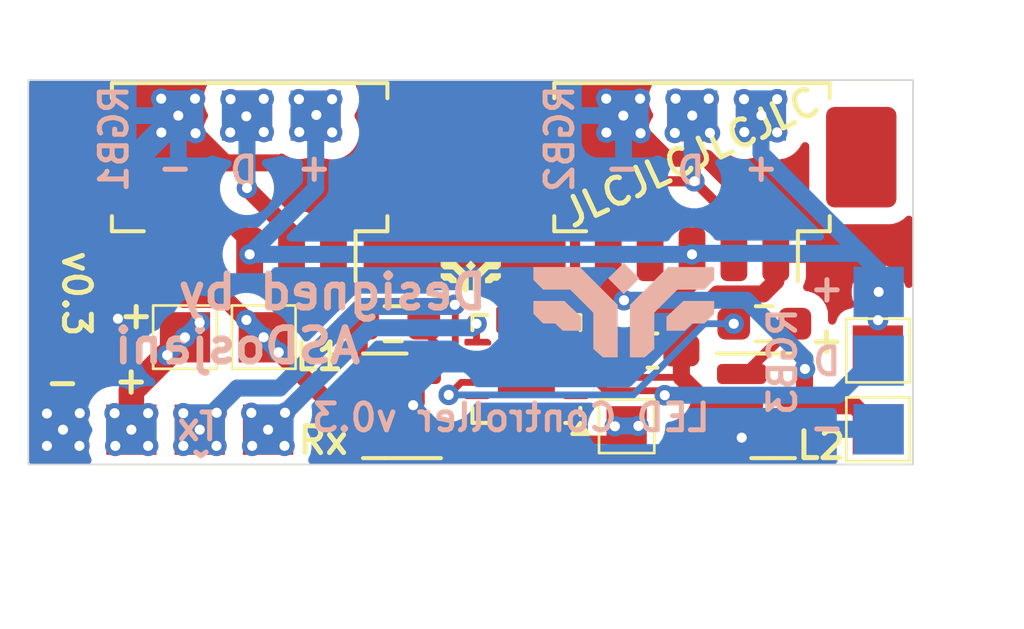
<source format=kicad_pcb>
(kicad_pcb (version 20241229) (generator "pcbnew") (generator_version "9.0")
  (layers (0 "F.Cu" signal) (2 "B.Cu" signal) (13 "F.Paste" user) (15 "B.Paste" user) (5 "F.SilkS" user "F.Silkscreen") (7 "B.SilkS" user "B.Silkscreen") (1 "F.Mask" user) (3 "B.Mask" user) (25 "Edge.Cuts" user))
  (property "SCHEMATIC_VERSION" "v0.3")
  (net 0 "")
  (net 1 "Rx")
  (net 2 "VCC")
  (net 3 "Tx")
  (net 4 "GND")
  (net 5 "RGB3")
  (net 6 "RGB1")
  (net 7 "Net-(J3-Pin_5)")
  (net 8 "RGB2")
  (net 10 "Net-(J4-Pin_1)")
  (net 11 "Net-(J6-Pin_1)")
  (net 13 "Net-(Q2-B)")
  (net 14 "Net-(Q3-B)")
  (net 15 "LED1")
  (net 16 "LED2")
  (footprint "Resistor_SMD:R_0603_1608Metric_Pad0.98x0.95mm_HandSolder" (layer "F.Cu") (at 170.4125 90.65 180)
    (property "Reference" "R2" (hide yes))
    (property "Value" "300")
    (pad "1" smd roundrect (at -0.9125 0 180) (size 0.975 0.95) (layers "F.Cu" "F.Mask" "F.Paste") (net 15 "LED1"))
    (pad "2" smd roundrect (at 0.9125 0 180) (size 0.975 0.95) (layers "F.Cu" "F.Mask" "F.Paste") (net 13 "Net-(Q2-B)"))
  )
  (footprint "MyLib:SOT-23 SS8050" (layer "F.Cu") (at 181.75 93.1)
    (property "Reference" "Q3" (hide yes))
    (property "Value" "SS8050")
    (pad "1" smd roundrect (at -0.9375 0.95) (size 1.475 0.6) (layers "F.Cu" "F.Mask" "F.Paste") (net 4 "GND"))
    (pad "2" smd roundrect (at -0.9375 -0.95) (size 1.475 0.6) (layers "F.Cu" "F.Mask" "F.Paste") (net 14 "Net-(Q3-B)"))
    (pad "3" smd roundrect (at 0.9375 0) (size 1.475 0.6) (layers "F.Cu" "F.Mask" "F.Paste") (net 11 "Net-(J6-Pin_1)"))
  )
  (footprint "Connector_Molex:Molex_PicoBlade_53261-0571_1x05-1MP_P1.25mm_Horizontal" (layer "F.Cu") (at 179.33 86.18 180)
    (property "Reference" "J7" (hide yes))
    (property "Value" "Conn_01x05")
    (pad "1" smd roundrect (at -2.5 -2.4 180) (size 0.8 1.6) (layers "F.Cu" "F.Mask" "F.Paste") (net 4 "GND"))
    (pad "2" smd roundrect (at -1.25 -2.4 180) (size 0.8 1.6) (layers "F.Cu" "F.Mask" "F.Paste") (net 8 "RGB2"))
    (pad "3" smd roundrect (at 0 -2.4 180) (size 0.8 1.6) (layers "F.Cu" "F.Mask" "F.Paste") (net 2 "VCC"))
    (pad "4" smd roundrect (at 1.25 -2.4 180) (size 0.8 1.6) (layers "F.Cu" "F.Mask" "F.Paste"))
    (pad "5" smd roundrect (at 2.5 -2.4 180) (size 0.8 1.6) (layers "F.Cu" "F.Mask" "F.Paste") (net 11 "Net-(J6-Pin_1)"))
    (pad "MP" smd roundrect (at -5.05 0.5 180) (size 2.1 3) (layers "F.Cu" "F.Mask" "F.Paste") (roundrect_rratio 0.119048))
    (pad "MP" smd roundrect (at 5.05 0.5 180) (size 2.1 3) (layers "F.Cu" "F.Mask" "F.Paste") (roundrect_rratio 0.119048))
  )
  (footprint "MyLib:SolderPad_01x02_1.5mm" (layer "F.Cu") (at 185.125 93.05 90)
    (property "Reference" "J6" (hide yes))
    (property "Value" "Conn_01x02_Pin")
    (pad "1" smd rect (at -0.75 -0.25 90) (size 1.5 1.5) (layers "F.Cu" "F.Mask") (net 11 "Net-(J6-Pin_1)"))
    (pad "2" smd rect (at 1.6 -0.25 90) (size 1.5 1.5) (layers "F.Cu" "F.Mask") (net 2 "VCC"))
  )
  (footprint "MyLib:SolderPad_01x01_1.2mm" (layer "F.Cu") (at 177.38 93.71)
    (property "Reference" "J4" (hide yes))
    (property "Value" "UPDI")
    (pad "1" smd rect (at 0 0) (size 1.2 1.2) (layers "F.Cu" "F.Mask") (net 10 "Net-(J4-Pin_1)"))
  )
  (footprint "Capacitor_SMD:C_0603_1608Metric_Pad1.08x0.95mm_HandSolder" (layer "F.Cu") (at 178.15 91.45)
    (property "Reference" "C2" (hide yes))
    (property "Value" "10uF")
    (pad "1" smd roundrect (at -0.8625 0) (size 1.075 0.95) (layers "F.Cu" "F.Mask" "F.Paste") (net 2 "VCC"))
    (pad "2" smd roundrect (at 0.8625 0) (size 1.075 0.95) (layers "F.Cu" "F.Mask" "F.Paste") (net 4 "GND"))
  )
  (footprint "MyLib:SolderPad_01x02_1.5mm" (layer "F.Cu") (at 165.8 90.805 180)
    (property "Reference" "J5" (hide yes))
    (property "Value" "Conn_01x02_Pin")
    (pad "1" smd rect (at -0.75 -0.25 180) (size 1.5 1.5) (layers "F.Cu" "F.Mask") (net 7 "Net-(J3-Pin_5)"))
    (pad "2" smd rect (at 1.6 -0.25 180) (size 1.5 1.5) (layers "F.Cu" "F.Mask") (net 2 "VCC"))
  )
  (footprint "Connector_Molex:Molex_PicoBlade_53261-0571_1x05-1MP_P1.25mm_Horizontal" (layer "F.Cu") (at 166.13 86.18 180)
    (property "Reference" "J3" (hide yes))
    (property "Value" "Conn_01x05")
    (pad "1" smd roundrect (at -2.5 -2.4 180) (size 0.8 1.6) (layers "F.Cu" "F.Mask" "F.Paste") (net 4 "GND"))
    (pad "2" smd roundrect (at -1.25 -2.4 180) (size 0.8 1.6) (layers "F.Cu" "F.Mask" "F.Paste") (net 6 "RGB1"))
    (pad "3" smd roundrect (at 0 -2.4 180) (size 0.8 1.6) (layers "F.Cu" "F.Mask" "F.Paste") (net 2 "VCC"))
    (pad "4" smd roundrect (at 1.25 -2.4 180) (size 0.8 1.6) (layers "F.Cu" "F.Mask" "F.Paste"))
    (pad "5" smd roundrect (at 2.5 -2.4 180) (size 0.8 1.6) (layers "F.Cu" "F.Mask" "F.Paste") (net 7 "Net-(J3-Pin_5)"))
    (pad "MP" smd roundrect (at -5.05 0.5 180) (size 2.1 3) (layers "F.Cu" "F.Mask" "F.Paste") (roundrect_rratio 0.119048))
    (pad "MP" smd roundrect (at 5.05 0.5 180) (size 2.1 3) (layers "F.Cu" "F.Mask" "F.Paste") (roundrect_rratio 0.119048))
  )
  (footprint "MyLib:Tressym_1mm" (layer "F.Cu") (at 172.73 89.23)
    (property "Reference" "G***" (hide yes))
    (property "Value" "LOGO" (hide yes))
  )
  (footprint "Package_DFN_QFN:VQFN-20-1EP_3x3mm_P0.4mm_EP1.7x1.7mm" (layer "F.Cu") (at 174.3875 92 180)
    (property "Reference" "U1" (hide yes))
    (property "Value" "ATtiny816-M")
    (pad "1" smd custom (at -1.45 -0.8 180) (size 0.143431 0.143431) (layers "F.Cu" "F.Mask" "F.Paste") (options (clearance outline) (anchor circle)) (primitives (gr_poly (pts (xy -0.35 -0.05) (xy 0.299289 -0.05) (xy 0.35 0.000711) (xy 0.35 0.05) (xy -0.35 0.05)) (width 0.1) (fill yes))))
    (pad "2" smd roundrect (at -1.45 -0.4 180) (size 0.8 0.2) (layers "F.Cu" "F.Mask" "F.Paste") (net 5 "RGB3"))
    (pad "3" smd roundrect (at -1.45 0 180) (size 0.8 0.2) (layers "F.Cu" "F.Mask" "F.Paste") (net 4 "GND"))
    (pad "4" smd roundrect (at -1.45 0.4 180) (size 0.8 0.2) (layers "F.Cu" "F.Mask" "F.Paste") (net 2 "VCC"))
    (pad "5" smd custom (at -1.45 0.8 180) (size 0.143431 0.143431) (layers "F.Cu" "F.Mask" "F.Paste") (net 8 "RGB2") (options (clearance outline) (anchor circle)) (primitives (gr_poly (pts (xy -0.35 -0.05) (xy 0.35 -0.05) (xy 0.35 -0.000711) (xy 0.299289 0.05) (xy -0.35 0.05)) (width 0.1) (fill yes))))
    (pad "6" smd custom (at -0.8 1.45 180) (size 0.143431 0.143431) (layers "F.Cu" "F.Mask" "F.Paste") (net 6 "RGB1") (options (clearance outline) (anchor circle)) (primitives (gr_poly (pts (xy -0.05 -0.299289) (xy 0.000711 -0.35) (xy 0.05 -0.35) (xy 0.05 0.35) (xy -0.05 0.35)) (width 0.1) (fill yes))))
    (pad "7" smd roundrect (at -0.4 1.45 180) (size 0.2 0.8) (layers "F.Cu" "F.Mask" "F.Paste"))
    (pad "8" smd roundrect (at 0 1.45 180) (size 0.2 0.8) (layers "F.Cu" "F.Mask" "F.Paste"))
    (pad "9" smd roundrect (at 0.4 1.45 180) (size 0.2 0.8) (layers "F.Cu" "F.Mask" "F.Paste"))
    (pad "10" smd custom (at 0.8 1.45 180) (size 0.143431 0.143431) (layers "F.Cu" "F.Mask" "F.Paste") (options (clearance outline) (anchor circle)) (primitives (gr_poly (pts (xy -0.05 -0.35) (xy -0.000711 -0.35) (xy 0.05 -0.299289) (xy 0.05 0.35) (xy -0.05 0.35)) (width 0.1) (fill yes))))
    (pad "11" smd custom (at 1.45 0.8 180) (size 0.143431 0.143431) (layers "F.Cu" "F.Mask" "F.Paste") (net 1 "Rx") (options (clearance outline) (anchor circle)) (primitives (gr_poly (pts (xy -0.35 -0.05) (xy 0.35 -0.05) (xy 0.35 0.05) (xy -0.299289 0.05) (xy -0.35 -0.000711)) (width 0.1) (fill yes))))
    (pad "12" smd roundrect (at 1.45 0.4 180) (size 0.8 0.2) (layers "F.Cu" "F.Mask" "F.Paste") (net 3 "Tx"))
    (pad "13" smd roundrect (at 1.45 0 180) (size 0.8 0.2) (layers "F.Cu" "F.Mask" "F.Paste") (net 15 "LED1"))
    (pad "14" smd roundrect (at 1.45 -0.4 180) (size 0.8 0.2) (layers "F.Cu" "F.Mask" "F.Paste") (net 16 "LED2"))
    (pad "15" smd custom (at 1.45 -0.8 180) (size 0.143431 0.143431) (layers "F.Cu" "F.Mask" "F.Paste") (options (clearance outline) (anchor circle)) (primitives (gr_poly (pts (xy -0.35 0.000711) (xy -0.299289 -0.05) (xy 0.35 -0.05) (xy 0.35 0.05) (xy -0.35 0.05)) (width 0.1) (fill yes))))
    (pad "16" smd custom (at 0.8 -1.45 180) (size 0.143431 0.143431) (layers "F.Cu" "F.Mask" "F.Paste") (options (clearance outline) (anchor circle)) (primitives (gr_poly (pts (xy -0.05 -0.35) (xy 0.05 -0.35) (xy 0.05 0.299289) (xy -0.000711 0.35) (xy -0.05 0.35)) (width 0.1) (fill yes))))
    (pad "17" smd roundrect (at 0.4 -1.45 180) (size 0.2 0.8) (layers "F.Cu" "F.Mask" "F.Paste"))
    (pad "18" smd roundrect (at 0 -1.45 180) (size 0.2 0.8) (layers "F.Cu" "F.Mask" "F.Paste"))
    (pad "19" smd roundrect (at -0.4 -1.45 180) (size 0.2 0.8) (layers "F.Cu" "F.Mask" "F.Paste") (net 10 "Net-(J4-Pin_1)"))
    (pad "20" smd custom (at -0.8 -1.45 180) (size 0.143431 0.143431) (layers "F.Cu" "F.Mask" "F.Paste") (options (clearance outline) (anchor circle)) (primitives (gr_poly (pts (xy -0.05 -0.35) (xy 0.05 -0.35) (xy 0.05 0.35) (xy 0.000711 0.35) (xy -0.05 0.299289)) (width 0.1) (fill yes))))
    (pad "21" smd rect (at 0 0 180) (size 1.7 1.7) (property pad_prop_heatsink) (layers "F.Cu" "F.Mask") (net 4 "GND"))
  )
  (footprint "MyLib:SolderPad_01x04_1.5mm" (layer "F.Cu") (at 167.68 92.8125 180)
    (property "Reference" "J1" (hide yes))
    (property "Value" "Conn_01x04_Pin")
    (pad "1" smd rect (at 1 -1 180) (size 1.5 1.5) (layers "F.Cu" "F.Mask") (net 1 "Rx"))
    (pad "2" smd rect (at 3.04 -1 180) (size 1.5 1.5) (layers "F.Cu" "F.Mask") (net 3 "Tx"))
    (pad "3" smd rect (at 5.08 -1 180) (size 1.5 1.5) (layers "F.Cu" "F.Mask") (net 2 "VCC"))
    (pad "4" smd rect (at 7.12 -1 180) (size 1.5 1.5) (layers "F.Cu" "F.Mask") (net 4 "GND"))
  )
  (footprint "MyLib:Tressym" (layer "F.Cu") (at 177.29 90.23)
    (property "Reference" "G***" (hide yes))
    (property "Value" "LOGO" (hide yes))
  )
  (footprint "Resistor_SMD:R_0603_1608Metric_Pad0.98x0.95mm_HandSolder" (layer "F.Cu") (at 181.4875 90.65)
    (property "Reference" "R3" (hide yes))
    (property "Value" "300")
    (pad "1" smd roundrect (at -0.9125 0) (size 0.975 0.95) (layers "F.Cu" "F.Mask" "F.Paste") (net 16 "LED2"))
    (pad "2" smd roundrect (at 0.9125 0) (size 0.975 0.95) (layers "F.Cu" "F.Mask" "F.Paste") (net 14 "Net-(Q3-B)"))
  )
  (footprint "MyLib:SOT-23 SS8050" (layer "F.Cu") (at 170.1625 93.1 180)
    (property "Reference" "Q2" (hide yes))
    (property "Value" "SS8050")
    (pad "1" smd roundrect (at -0.9375 0.95 180) (size 1.475 0.6) (layers "F.Cu" "F.Mask" "F.Paste") (net 4 "GND"))
    (pad "2" smd roundrect (at -0.9375 -0.95 180) (size 1.475 0.6) (layers "F.Cu" "F.Mask" "F.Paste") (net 13 "Net-(Q2-B)"))
    (pad "3" smd roundrect (at 0.9375 0 180) (size 1.475 0.6) (layers "F.Cu" "F.Mask" "F.Paste") (net 7 "Net-(J3-Pin_5)"))
  )
  (footprint "MyLib:SolderPad_01x03_1.5mm" (layer "B.Cu") (at 182.3875 85.4375 180)
    (property "Reference" "J9" (hide yes))
    (property "Value" "Conn_01x03_Pin")
    (pad "1" smd rect (at 1 1 180) (size 1.5 1.5) (layers "B.Cu" "B.Mask") (net 2 "VCC"))
    (pad "2" smd rect (at 3.05 1 180) (size 1.5 1.5) (layers "B.Cu" "B.Mask") (net 8 "RGB2"))
    (pad "3" smd rect (at 5.1 1 180) (size 1.5 1.5) (layers "B.Cu" "B.Mask") (net 4 "GND"))
  )
  (footprint "MyLib:SolderPad_01x03_1.5mm" (layer "B.Cu") (at 169.1 85.44 180)
    (property "Reference" "J8" (hide yes))
    (property "Value" "Conn_01x03_Pin")
    (pad "1" smd rect (at 1 1 180) (size 1.5 1.5) (layers "B.Cu" "B.Mask") (net 2 "VCC"))
    (pad "2" smd rect (at 3.05 1 180) (size 1.5 1.5) (layers "B.Cu" "B.Mask") (net 6 "RGB1"))
    (pad "3" smd rect (at 5.1 1 180) (size 1.5 1.5) (layers "B.Cu" "B.Mask") (net 4 "GND"))
  )
  (footprint "MyLib:SolderPad_01x03_1.5mm" (layer "B.Cu") (at 185.9 88.7 -90)
    (property "Reference" "J2" (hide yes))
    (property "Value" "Conn_01x03_Pin")
    (pad "1" smd rect (at 1 1 270) (size 1.5 1.5) (layers "B.Cu" "B.Mask") (net 2 "VCC"))
    (pad "2" smd rect (at 3.05 1 270) (size 1.5 1.5) (layers "B.Cu" "B.Mask") (net 5 "RGB3"))
    (pad "3" smd rect (at 5.1 1 270) (size 1.5 1.5) (layers "B.Cu" "B.Mask") (net 4 "GND"))
  )
  (gr_rect (start 159.525 83.38) (end 185.925 94.85) (stroke (width 0.05)) (fill no) (layer "Edge.Cuts"))
  (gr_text "+\n" (at 182.75 91.6 0) (layer "F.SilkS") (effects (font (size 0.8 0.8) (thickness 0.15) (bold yes)) (justify left bottom)))
  (gr_text "-" (at 159.95 92.85 0) (layer "F.SilkS") (effects (font (size 0.8 0.8) (thickness 0.15) (bold yes)) (justify left bottom)))
  (gr_text "${SCHEMATIC_VERSION}" (at 160.5 88.4 270) (layer "F.SilkS") (effects (font (size 0.8 0.8) (thickness 0.15) (bold yes)) (justify left bottom)))
  (gr_text "Rx" (at 167.5 94.6 0) (layer "F.SilkS") (effects (font (size 0.8 0.8) (thickness 0.15) (bold yes)) (justify left bottom)))
  (gr_text "JLCJLCJLCJLC" (at 175.695 87.89 25) (layer "F.SilkS") (effects (font (size 0.8 0.8)) (justify left bottom)))
  (gr_text "L1" (at 167.4 92.1 0) (layer "F.SilkS") (effects (font (size 0.8 0.8) (thickness 0.15) (bold yes)) (justify left bottom)))
  (gr_text "+\n" (at 162.15 90.85 0) (layer "F.SilkS") (effects (font (size 0.8 0.8) (thickness 0.15) (bold yes)) (justify left bottom)))
  (gr_text "L2" (at 182.38 94.75 0) (layer "F.SilkS") (effects (font (size 0.8 0.8) (thickness 0.15) (bold yes)) (justify left bottom)))
  (gr_text "+\n" (at 162 92.8 0) (layer "F.SilkS") (effects (font (size 0.8 0.8) (thickness 0.15) (bold yes)) (justify left bottom)))
  (gr_text "^" (at 164.35 93.65 180) (layer "B.SilkS") (effects (font (size 0.8 0.8) (thickness 0.15) (bold yes)) (justify left bottom mirror)))
  (gr_text "+" (at 183.95 90.05 0) (layer "B.SilkS") (effects (font (size 0.8 0.8) (thickness 0.15) (bold yes)) (justify left bottom mirror)))
  (gr_text "D" (at 179.7875 86.55 0) (layer "B.SilkS") (effects (font (size 0.8 0.8) (thickness 0.15) (bold yes)) (justify left bottom mirror)))
  (gr_text "+" (at 181.9875 86.45 0) (layer "B.SilkS") (effects (font (size 0.8 0.8) (thickness 0.15) (bold yes)) (justify left bottom mirror)))
  (gr_text "+" (at 168.65 86.45 0) (layer "B.SilkS") (effects (font (size 0.8 0.8) (thickness 0.15) (bold yes)) (justify left bottom mirror)))
  (gr_text "-" (at 164.5 86.45 0) (layer "B.SilkS") (effects (font (size 0.8 0.8) (thickness 0.15) (bold yes)) (justify left bottom mirror)))
  (gr_text "-" (at 183.95 94.2 0) (layer "B.SilkS") (effects (font (size 0.8 0.8) (thickness 0.15) (bold yes)) (justify left bottom mirror)))
  (gr_text "Tx" (at 165.34 94.19 -0) (layer "B.SilkS") (effects (font (size 0.8 0.8) (thickness 0.15) (bold yes)) (justify left bottom mirror)))
  (gr_text "Designed by\n	ASDosjani" (at 173.3 91.9 0) (layer "B.SilkS") (effects (font (size 1 1) (thickness 0.2) (bold yes)) (justify left bottom mirror)))
  (gr_text "RGB1" (at 162.55 83.45 90) (layer "B.SilkS") (effects (font (size 0.8 0.8) (thickness 0.15) (bold yes)) (justify left bottom mirror)))
  (gr_text "RGB3" (at 182.5 90.1 90) (layer "B.SilkS") (effects (font (size 0.8 0.8) (thickness 0.15) (bold yes)) (justify left bottom mirror)))
  (gr_text "RGB2" (at 175.85 83.45 90) (layer "B.SilkS") (effects (font (size 0.8 0.8) (thickness 0.15) (bold yes)) (justify left bottom mirror)))
  (gr_text "D" (at 166.45 86.55 0) (layer "B.SilkS") (effects (font (size 0.8 0.8) (thickness 0.15) (bold yes)) (justify left bottom mirror)))
  (gr_text "D" (at 183.85 92.25 -0) (layer "B.SilkS") (effects (font (size 0.8 0.8) (thickness 0.15) (bold yes)) (justify left bottom mirror)))
  (gr_text "LED Controller ${SCHEMATIC_VERSION}" (at 179.95 93.92 0) (layer "B.SilkS") (effects (font (size 0.8 0.8) (thickness 0.15) (bold yes)) (justify left bottom mirror)))
  (gr_text "-" (at 177.8375 86.45 0) (layer "B.SilkS") (effects (font (size 0.8 0.8) (thickness 0.15) (bold yes)) (justify left bottom mirror)))
  (segment (start 172.9 90.65) (end 172.9 91.1625) (width 0.2032) (layer "F.Cu") (net 1))
  (segment (start 172.9 91.1625) (end 172.9375 91.2) (width 0.2032) (layer "F.Cu") (net 1))
  (via (at 166.68 93.8125) (size 0.61) (drill 0.3) (layers "F.Cu" "B.Cu") (net 1))
  (via (at 167.18625 93.30625) (size 0.61) (drill 0.3) (layers "F.Cu" "B.Cu") (net 1))
  (via (at 166.205 94.295) (size 0.61) (drill 0.3) (layers "F.Cu" "B.Cu") (net 1))
  (via (at 166.18 93.31) (size 0.61) (drill 0.3) (layers "F.Cu" "B.Cu") (net 1))
  (via (at 172.9 90.65) (size 0.61) (drill 0.3) (layers "F.Cu" "B.Cu") (net 1))
  (via (at 167.17 94.295) (size 0.61) (drill 0.3) (layers "F.Cu" "B.Cu") (net 1))
  (segment (start 172.7794 90.7706) (end 172.9 90.65) (width 0.508) (layer "B.Cu") (net 1))
  (segment (start 166.68 93.81) (end 166.18 93.31) (width 0.508) (layer "B.Cu") (net 1))
  (segment (start 167.18625 94.27875) (end 167.17 94.295) (width 0.508) (layer "B.Cu") (net 1))
  (segment (start 167.18625 93.30625) (end 167.18625 94.27875) (width 0.508) (layer "B.Cu") (net 1))
  (segment (start 169.7219 90.7706) (end 172.7794 90.7706) (width 0.508) (layer "B.Cu") (net 1))
  (segment (start 166.68 93.8125) (end 167.1625 94.295) (width 0.508) (layer "B.Cu") (net 1))
  (segment (start 167.18625 93.30625) (end 169.7219 90.7706) (width 0.508) (layer "B.Cu") (net 1))
  (segment (start 166.205 94.295) (end 166.19 94.295) (width 0.508) (layer "B.Cu") (net 1))
  (segment (start 166.68 93.8125) (end 166.68 93.81) (width 0.508) (layer "B.Cu") (net 1))
  (segment (start 166.18 93.31) (end 167.1825 93.31) (width 0.508) (layer "B.Cu") (net 1))
  (segment (start 166.385 94.115) (end 166.205 94.295) (width 0.508) (layer "B.Cu") (net 1))
  (segment (start 166.68 93.8125) (end 166.68 93.82) (width 0.508) (layer "B.Cu") (net 1))
  (segment (start 167.1825 93.31) (end 167.18625 93.30625) (width 0.508) (layer "B.Cu") (net 1))
  (segment (start 167.58125 92.91125) (end 166.68 93.8125) (width 0.508) (layer "B.Cu") (net 1))
  (segment (start 166.205 94.295) (end 166.205 93.335) (width 0.508) (layer "B.Cu") (net 1))
  (segment (start 167.1625 94.295) (end 167.17 94.295) (width 0.508) (layer "B.Cu") (net 1))
  (segment (start 166.205 93.335) (end 166.18 93.31) (width 0.508) (layer "B.Cu") (net 1))
  (segment (start 167.17 94.295) (end 166.205 94.295) (width 0.508) (layer "B.Cu") (net 1))
  (segment (start 166.68 93.82) (end 166.385 94.115) (width 0.508) (layer "B.Cu") (net 1))
  (segment (start 184.9 90.522598) (end 184.88 90.542598) (width 0.508) (layer "F.Cu") (net 2))
  (segment (start 165.075 87.15) (end 163.425 87.15) (width 0.508) (layer "F.Cu") (net 2))
  (segment (start 180.88 83.95) (end 181.87 83.95) (width 0.508) (layer "F.Cu") (net 2))
  (segment (start 164.69 90.56) (end 164.69 90.565) (width 0.508) (layer "F.Cu") (net 2))
  (segment (start 162.6 93.8125) (end 162.6 92.655) (width 0.762) (layer "F.Cu") (net 2))
  (segment (start 162.5925 93.8125) (end 162.1 93.32) (width 0.508) (layer "F.Cu") (net 2))
  (segment (start 168.07 84.42) (end 167.6 83.95) (width 0.508) (layer "F.Cu") (net 2))
  (segment (start 167.61 84.93) (end 167.61 83.96) (width 0.508) (layer "F.Cu") (net 2))
  (segment (start 167.6 83.95) (end 168.59 83.95) (width 0.508) (layer "F.Cu") (net 2))
  (segment (start 163.425 87.15) (end 162.775 87.8) (width 0.508) (layer "F.Cu") (net 2))
  (segment (start 184.9 89.7) (end 184.9 90.522598) (width 0.508) (layer "F.Cu") (net 2))
  (segment (start 175.8375 91.6) (end 177.1375 91.6) (width 0.2032) (layer "F.Cu") (net 2))
  (segment (start 166.13 88.201386) (end 165.326614 87.398) (width 0.508) (layer "F.Cu") (net 2))
  (segment (start 184.875 91.45) (end 184.875 90.547598) (width 0.508) (layer "F.Cu") (net 2))
  (segment (start 181.4 84.42) (end 180.89 84.93) (width 0.508) (layer "F.Cu") (net 2))
  (segment (start 179.33 89.4075) (end 179.33 88.58) (width 0.508) (layer "F.Cu") (net 2))
  (segment (start 168.59 84.94) (end 167.62 84.94) (width 0.508) (layer "F.Cu") (net 2))
  (segment (start 181.4 84.43) (end 181.4 84.47) (width 0.508) (layer "F.Cu") (net 2))
  (segment (start 181.4 84.42) (end 181.87 83.95) (width 0.508) (layer "F.Cu") (net 2))
  (segment (start 164.69 90.565) (end 164.6375 90.6175) (width 0.508) (layer "F.Cu") (net 2))
  (segment (start 168.12 84.42) (end 168.12 84.47) (width 0.508) (layer "F.Cu") (net 2))
  (segment (start 168.12 84.42) (end 168.07 84.42) (width 0.508) (layer "F.Cu") (net 2))
  (segment (start 180.89 84.93) (end 180.89 83.96) (width 0.508) (layer "F.Cu") (net 2))
  (segment (start 167.61 83.96) (end 167.6 83.95) (width 0.508) (layer "F.Cu") (net 2))
  (segment (start 184.795 91.225) (end 184.795 91.37) (width 0.508) (layer "F.Cu") (net 2))
  (segment (start 181.35 84.42) (end 180.88 83.95) (width 0.508) (layer "F.Cu") (net 2))
  (segment (start 181.87 83.95) (end 181.87 84.94) (width 0.508) (layer "F.Cu") (net 2))
  (segment (start 168.12 84.42) (end 168.59 83.95) (width 0.508) (layer "F.Cu") (net 2))
  (segment (start 181.4 84.42) (end 181.35 84.42) (width 0.508) (layer "F.Cu") (net 2))
  (segment (start 181.4 84.47) (end 181.87 84.94) (width 0.508) (layer "F.Cu") (net 2))
  (segment (start 166.13 88.58) (end 166.13 88.201386) (width 0.508) (layer "F.Cu") (net 2))
  (segment (start 165.323 87.398) (end 165.075 87.15) (width 0.508) (layer "F.Cu") (net 2))
  (segment (start 168.59 83.95) (end 168.59 84.94) (width 0.508) (layer "F.Cu") (net 2))
  (segment (start 168.12 84.42) (end 167.61 84.93) (width 0.508) (layer "F.Cu") (net 2))
  (segment (start 184.795 91.37) (end 184.875 91.45) (width 0.508) (layer "F.Cu") (net 2))
  (segment (start 162.775 89.63) (end 164.2 91.055) (width 0.508) (layer "F.Cu") (net 2))
  (segment (start 184.875 90.547598) (end 184.88 90.542598) (width 0.508) (layer "F.Cu") (net 2))
  (segment (start 180.9 84.94) (end 180.89 84.93) (width 0.508) (layer "F.Cu") (net 2))
  (segment (start 162.12 94.2925) (end 162.12 94.295) (width 0.508) (layer "F.Cu") (net 2))
  (segment (start 177.1375 91.6) (end 177.2875 91.45) (width 0.2032) (layer "F.Cu") (net 2))
  (segment (start 167.62 84.94) (end 167.61 84.93) (width 0.508) (layer "F.Cu") (net 2))
  (segment (start 181.4 84.42) (end 181.4 84.43) (width 0.508) (layer "F.Cu") (net 2))
  (segment (start 162.775 87.8) (end 162.775 89.63) (width 0.508) (layer "F.Cu") (net 2))
  (segment (start 180.89 83.96) (end 180.88 83.95) (width 0.508) (layer "F.Cu") (net 2))
  (segment (start 168.12 84.47) (end 168.59 84.94) (width 0.508) (layer "F.Cu") (net 2))
  (segment (start 162.6075 93.8125) (end 163.1 93.32) (width 0.508) (layer "F.Cu") (net 2))
  (segment (start 177.2875 91.45) (end 179.33 89.4075) (width 0.508) (layer "F.Cu") (net 2))
  (segment (start 162.6 92.655) (end 163.6675 91.5875) (width 0.762) (layer "F.Cu") (net 2))
  (segment (start 165.326614 87.398) (end 165.323 87.398) (width 0.508) (layer "F.Cu") (net 2))
  (segment (start 181.87 84.94) (end 180.9 84.94) (width 0.508) (layer "F.Cu") (net 2))
  (via (at 180.88 83.95) (size 0.61) (drill 0.3) (layers "F.Cu" "B.Cu") (net 2))
  (via (at 168.59 83.95) (size 0.61) (drill 0.3) (layers "F.Cu" "B.Cu") (net 2))
  (via (at 181.87 83.95) (size 0.61) (drill 0.3) (layers "F.Cu" "B.Cu") (net 2))
  (via (at 179.33 88.58) (size 0.61) (drill 0.3) (layers "F.Cu" "B.Cu") (net 2))
  (via (at 181.87 84.94) (size 0.61) (drill 0.3) (layers "F.Cu" "B.Cu") (net 2))
  (via (at 163.1 93.32) (size 0.61) (drill 0.3) (layers "F.Cu" "B.Cu") (net 2))
  (via (at 163.1 94.295) (size 0.61) (drill 0.3) (layers "F.Cu" "B.Cu") (net 2))
  (via (at 162.12 94.295) (size 0.61) (drill 0.3) (layers "F.Cu" "B.Cu") (net 2))
  (via (at 168.59 84.94) (size 0.61) (drill 0.3) (layers "F.Cu" "B.Cu") (net 2))
  (via (at 162.1 93.32) (size 0.61) (drill 0.3) (layers "F.Cu" "B.Cu") (net 2))
  (via (at 167.6 83.95) (size 0.61) (drill 0.3) (layers "F.Cu" "B.Cu") (net 2))
  (via (at 168.12 84.42) (size 0.61) (drill 0.3) (layers "F.Cu" "B.Cu") (net 2))
  (via (at 163.6675 91.5875) (size 0.61) (drill 0.3) (layers "F.Cu" "B.Cu") (net 2))
  (via (at 166.13 88.58) (size 0.61) (drill 0.3) (layers "F.Cu" "B.Cu") (net 2))
  (via (at 162.6 93.8125) (size 0.61) (drill 0.3) (layers "F.Cu" "B.Cu") (net 2))
  (via (at 167.61 84.93) (size 0.61) (drill 0.3) (layers "F.Cu" "B.Cu") (net 2))
  (via (at 184.9 89.7) (size 0.61) (drill 0.3) (layers "F.Cu" "B.Cu") (net 2))
  (via (at 164.6375 90.6175) (size 0.61) (drill 0.3) (layers "F.Cu" "B.Cu") (net 2))
  (via (at 180.89 84.93) (size 0.61) (drill 0.3) (layers "F.Cu" "B.Cu") (net 2))
  (via (at 181.4 84.43) (size 0.61) (drill 0.3) (layers "F.Cu" "B.Cu") (net 2))
  (via (at 164.2 91.055) (size 0.61) (drill 0.3) (layers "F.Cu" "B.Cu") (net 2))
  (via (at 184.88 90.542598) (size 0.61) (drill 0.3) (layers "F.Cu" "B.Cu") (net 2))
  (segment (start 162.6 93.8125) (end 162.6175 93.8125) (width 0.508) (layer "B.Cu") (net 2))
  (segment (start 167.61 83.95) (end 168.1 84.44) (width 0.508) (layer "B.Cu") (net 2))
  (segment (start 179.36 88.55) (end 179.33 88.58) (width 0.508) (layer "B.Cu") (net 2))
  (segment (start 184.371565 88.55) (end 179.36 88.55) (width 0.508) (layer "B.Cu") (net 2))
  (segment (start 168.59 84.93) (end 168.59 84.94) (width 0.508) (layer "B.Cu") (net 2))
  (segment (start 162.6 93.8125) (end 162.6075 93.8125) (width 0.508) (layer "B.Cu") (net 2))
  (segment (start 168.1 84.44) (end 168.1 86.61) (width 0.508) (layer "B.Cu") (net 2))
  (segment (start 162.6 93.8125) (end 162.6 93.815) (width 0.508) (layer "B.Cu") (net 2))
  (segment (start 167.61 83.95) (end 167.6 83.95) (width 0.508) (layer "B.Cu") (net 2))
  (segment (start 162.6 93.8125) (end 162.5925 93.8125) (width 0.508) (layer "B.Cu") (net 2))
  (segment (start 181.3875 84.4375) (end 181.3875 85.565935) (width 0.508) (layer "B.Cu") (net 2))
  (segment (start 184.9 89.7) (end 184.9 89.078435) (width 0.508) (layer "B.Cu") (net 2))
  (segment (start 164.6375 90.6175) (end 164.2 91.055) (width 0.508) (layer "B.Cu") (net 2))
  (segment (start 163.1 93.32) (end 163.1 94.295) (width 0.508) (layer "B.Cu") (net 2))
  (segment (start 168.1 86.61) (end 166.13 88.58) (width 0.508) (layer "B.Cu") (net 2))
  (segment (start 184.9 89.078435) (end 184.371565 88.55) (width 0.508) (layer "B.Cu") (net 2))
  (segment (start 164.2 91.055) (end 163.6675 91.5875) (width 0.508) (layer "B.Cu") (net 2))
  (segment (start 162.1 94.275) (end 162.12 94.295) (width 0.508) (layer "B.Cu") (net 2))
  (segment (start 166.13 88.58) (end 179.33 88.58) (width 0.508) (layer "B.Cu") (net 2))
  (segment (start 168.59 84.93) (end 168.1 84.44) (width 0.508) (layer "B.Cu") (net 2))
  (segment (start 162.5925 93.8125) (end 162.1 93.32) (width 0.508) (layer "B.Cu") (net 2))
  (segment (start 167.61 84.93) (end 168.1 84.44) (width 0.508) (layer "B.Cu") (net 2))
  (segment (start 162.1 93.32) (end 162.1 94.275) (width 0.508) (layer "B.Cu") (net 2))
  (segment (start 162.6075 93.8125) (end 163.1 93.32) (width 0.508) (layer "B.Cu") (net 2))
  (segment (start 162.1 93.32) (end 163.1 93.32) (width 0.508) (layer "B.Cu") (net 2))
  (segment (start 184.875 89.725) (end 184.9 89.7) (width 0.508) (layer "B.Cu") (net 2))
  (segment (start 168.12 84.42) (end 168.1 84.44) (width 0.508) (layer "B.Cu") (net 2))
  (segment (start 181.3875 85.565935) (end 184.371565 88.55) (width 0.508) (layer "B.Cu") (net 2))
  (segment (start 162.6175 93.8125) (end 163.1 94.295) (width 0.508) (layer "B.Cu") (net 2))
  (segment (start 162.6 93.815) (end 162.12 94.295) (width 0.508) (layer "B.Cu") (net 2))
  (segment (start 163.1 94.295) (end 162.12 94.295) (width 0.508) (layer "B.Cu") (net 2))
  (segment (start 172.528482 91.6) (end 172.9375 91.6) (width 0.2032) (layer "F.Cu") (net 3))
  (segment (start 172.265643 91.337161) (end 172.528482 91.6) (width 0.2032) (layer "F.Cu") (net 3))
  (segment (start 172.250707 90.0836) (end 172.265643 90.098536) (width 0.2032) (layer "F.Cu") (net 3))
  (segment (start 172.265643 90.098536) (end 172.265643 91.337161) (width 0.2032) (layer "F.Cu") (net 3))
  (via (at 165.14625 93.30625) (size 0.61) (drill 0.3) (layers "F.Cu" "B.Cu") (net 3))
  (via (at 164.64 93.8125) (size 0.61) (drill 0.3) (layers "F.Cu" "B.Cu") (net 3))
  (via (at 165.14 94.295) (size 0.61) (drill 0.3) (layers "F.Cu" "B.Cu") (net 3))
  (via (at 164.15 94.295) (size 0.61) (drill 0.3) (layers "F.Cu" "B.Cu") (net 3))
  (via (at 172.250707 90.0836) (size 0.61) (drill 0.3) (layers "F.Cu" "B.Cu") (net 3))
  (via (at 164.15 93.32) (size 0.61) (drill 0.3) (layers "F.Cu" "B.Cu") (net 3))
  (segment (start 169.45846 90.1346) (end 169.98534 90.1346) (width 0.508) (layer "B.Cu") (net 3))
  (segment (start 164.15 93.32) (end 164.15 94.295) (width 0.508) (layer "B.Cu") (net 3))
  (segment (start 169.0859 90.50716) (end 169.45846 90.1346) (width 0.508) (layer "B.Cu") (net 3))
  (segment (start 164.15 94.295) (end 165.14 94.295) (width 0.508) (layer "B.Cu") (net 3))
  (segment (start 165.14625 93.30625) (end 165.14625 93.18375) (width 0.508) (layer "B.Cu") (net 3))
  (segment (start 164.64 93.8125) (end 165.14625 93.30625) (width 0.508) (layer "B.Cu") (net 3))
  (segment (start 165.1225 94.295) (end 164.64 93.8125) (width 0.508) (layer "B.Cu") (net 3))
  (segment (start 164.64 93.81) (end 164.15 93.32) (width 0.508) (layer "B.Cu") (net 3))
  (segment (start 165.76 92.57) (end 167.02306 92.57) (width 0.508) (layer "B.Cu") (net 3))
  (segment (start 167.31781 92.27525) (end 169.0859 90.50716) (width 0.508) (layer "B.Cu") (net 3))
  (segment (start 164.1575 94.295) (end 164.64 93.8125) (width 0.508) (layer "B.Cu") (net 3))
  (segment (start 165.14625 93.30625) (end 164.16375 93.30625) (width 0.508) (layer "B.Cu") (net 3))
  (segment (start 165.14 93.3125) (end 165.14625 93.30625) (width 0.508) (layer "B.Cu") (net 3))
  (segment (start 169.98534 90.1346) (end 172.199707 90.1346) (width 0.508) (layer "B.Cu") (net 3))
  (segment (start 164.1575 94.295) (end 164.15 94.295) (width 0.508) (layer "B.Cu") (net 3))
  (segment (start 164.64 93.8125) (end 164.64 93.81) (width 0.508) (layer "B.Cu") (net 3))
  (segment (start 172.199707 90.1346) (end 172.250707 90.0836) (width 0.508) (layer "B.Cu") (net 3))
  (segment (start 165.14625 93.18375) (end 165.76 92.57) (width 0.508) (layer "B.Cu") (net 3))
  (segment (start 165.1225 94.295) (end 165.14 94.295) (width 0.508) (layer "B.Cu") (net 3))
  (segment (start 164.16375 93.30625) (end 164.15 93.32) (width 0.508) (layer "B.Cu") (net 3))
  (segment (start 165.14 94.295) (end 165.14 93.3125) (width 0.508) (layer "B.Cu") (net 3))
  (segment (start 167.02306 92.57) (end 167.31781 92.27525) (width 0.508) (layer "B.Cu") (net 3))
  (segment (start 176.77 83.935) (end 176.775 83.935) (width 0.508) (layer "F.Cu") (net 4))
  (segment (start 179.0125 91.45) (end 179.0125 90.842314) (width 0.508) (layer "F.Cu") (net 4))
  (segment (start 177.775 84.945) (end 177.795 84.965) (width 0.508) (layer "F.Cu") (net 4))
  (segment (start 181.83 89.38) (end 181.83 88.58) (width 0.508) (layer "F.Cu") (net 4))
  (segment (start 161.0425 94.295) (end 160.56 93.8125) (width 0.508) (layer "F.Cu") (net 4))
  (segment (start 164.515 83.95) (end 164.5 83.935) (width 0.508) (layer "F.Cu") (net 4))
  (segment (start 171.1 92.98987) (end 171.008806 93.081064) (width 0.508) (layer "F.Cu") (net 4))
  (segment (start 177.78 83.935) (end 177.78 83.94) (width 0.508) (layer "F.Cu") (net 4))
  (segment (start 177.28 84.44) (end 178.553 85.713) (width 0.508) (layer "F.Cu") (net 4))
  (segment (start 164.495 84.945) (end 164.515 84.965) (width 0.508) (layer "F.Cu") (net 4))
  (segment (start 168.63 87.4) (end 167.08 85.85) (width 0.508) (layer "F.Cu") (net 4))
  (segment (start 164.5 83.94) (end 164 84.44) (width 0.508) (layer "F.Cu") (net 4))
  (segment (start 177.78 83.935) (end 176.77 83.935) (width 0.508) (layer "F.Cu") (net 4))
  (segment (start 165.4 85.85) (end 164.515 84.965) (width 0.508) (layer "F.Cu") (net 4))
  (segment (start 160.56 92.14) (end 162.2 90.5) (width 0.762) (layer "F.Cu") (net 4))
  (segment (start 164.5 83.935) (end 164.5 83.94) (width 0.508) (layer "F.Cu") (net 4))
  (segment (start 179.0125 90.842314) (end 180.092814 89.762) (width 0.508) (layer "F.Cu") (net 4))
  (segment (start 178.553 85.713) (end 179.763 85.713) (width 0.508) (layer "F.Cu") (net 4))
  (segment (start 179.763 85.713) (end 181.83 87.78) (width 0.508) (layer "F.Cu") (net 4))
  (segment (start 176.77 83.935) (end 176.77 84.94) (width 0.508) (layer "F.Cu") (net 4))
  (segment (start 181.448 89.762) (end 181.83 89.38) (width 0.508) (layer "F.Cu") (net 4))
  (segment (start 175.8375 92) (end 176.63284 92) (width 0.2032) (layer "F.Cu") (net 4))
  (segment (start 160.56 93.8125) (end 160.56 92.14) (width 0.762) (layer "F.Cu") (net 4))
  (segment (start 181.83 87.78) (end 181.83 88.58) (width 0.508) (layer "F.Cu") (net 4))
  (segment (start 177.795 84.965) (end 177.28 84.45) (width 0.508) (layer "F.Cu") (net 4))
  (segment (start 177.795 83.95) (end 177.78 83.935) (width 0.508) (layer "F.Cu") (net 4))
  (segment (start 163.49 83.935) (end 163.49 84.94) (width 0.508) (layer "F.Cu") (net 4))
  (segment (start 168.63 88.58) (end 168.63 87.4) (width 0.508) (layer "F.Cu") (net 4))
  (segment (start 164.515 84.965) (end 164.515 83.95) (width 0.508) (layer "F.Cu") (net 4))
  (segment (start 176.88284 92.25) (end 179.0125 92.25) (width 0.2032) (layer "F.Cu") (net 4))
  (segment (start 175.8375 92) (end 174.3875 92) (width 0.2032) (layer "F.Cu") (net 4))
  (segment (start 176.775 84.945) (end 177.775 84.945) (width 0.508) (layer "F.Cu") (net 4))
  (segment (start 171.1 92.15) (end 171.1 92.98987) (width 0.508) (layer "F.Cu") (net 4))
  (segment (start 163.495 83.935) (end 164 84.44) (width 0.508) (layer "F.Cu") (net 4))
  (segment (start 163.495 84.945) (end 164.495 84.945) (width 0.508) (layer "F.Cu") (net 4))
  (segment (start 164 84.45) (end 164 84.44) (width 0.508) (layer "F.Cu") (net 4))
  (segment (start 177.78 83.94) (end 177.28 84.44) (width 0.508) (layer "F.Cu") (net 4))
  (segment (start 163.49 83.935) (end 163.495 83.935) (width 0.508) (layer "F.Cu") (net 4))
  (segment (start 177.795 84.965) (end 177.795 83.95) (width 0.508) (layer "F.Cu") (net 4))
  (segment (start 177.28 84.45) (end 177.28 84.44) (width 0.508) (layer "F.Cu") (net 4))
  (segment (start 163.49 84.94) (end 163.495 84.945) (width 0.508) (layer "F.Cu") (net 4))
  (segment (start 176.775 83.935) (end 177.28 84.44) (width 0.508) (layer "F.Cu") (net 4))
  (segment (start 164.5 83.935) (end 163.49 83.935) (width 0.508) (layer "F.Cu") (net 4))
  (segment (start 176.63284 92) (end 176.88284 92.25) (width 0.2032) (layer "F.Cu") (net 4))
  (segment (start 164.515 84.965) (end 164 84.45) (width 0.508) (layer "F.Cu") (net 4))
  (segment (start 180.8125 94.05) (end 179.0125 92.25) (width 0.508) (layer "F.Cu") (net 4))
  (segment (start 177.28 84.44) (end 176.775 84.945) (width 0.508) (layer "F.Cu") (net 4))
  (segment (start 167.08 85.85) (end 165.4 85.85) (width 0.508) (layer "F.Cu") (net 4))
  (segment (start 161.05 94.295) (end 161.0425 94.295) (width 0.508) (layer "F.Cu") (net 4))
  (segment (start 164 84.44) (end 163.495 84.945) (width 0.508) (layer "F.Cu") (net 4))
  (segment (start 176.77 84.94) (end 176.775 84.945) (width 0.508) (layer "F.Cu") (net 4))
  (segment (start 180.092814 89.762) (end 181.448 89.762) (width 0.508) (layer "F.Cu") (net 4))
  (segment (start 179.0125 92.25) (end 179.0125 91.45) (width 0.508) (layer "F.Cu") (net 4))
  (via (at 163.495 84.945) (size 0.61) (drill 0.3) (layers "F.Cu" "B.Cu") (net 4))
  (via (at 177.78 83.935) (size 0.61) (drill 0.3) (layers "F.Cu" "B.Cu") (net 4))
  (via (at 164.515 84.965) (size 0.61) (drill 0.3) (layers "F.Cu" "B.Cu") (net 4))
  (via (at 164 84.44) (size 0.61) (drill 0.3) (layers "F.Cu" "B.Cu") (net 4))
  (via (at 164.5 83.935) (size 0.61) (drill 0.3) (layers "F.Cu" "B.Cu") (net 4))
  (via (at 171.008806 93.081064) (size 0.61) (drill 0.3) (layers "F.Cu" "B.Cu") (net 4))
  (via (at 177.795 84.965) (size 0.61) (drill 0.3) (layers "F.Cu" "B.Cu") (net 4))
  (via (at 161.05 94.295) (size 0.61) (drill 0.3) (layers "F.Cu" "B.Cu") (net 4))
  (via (at 160.08 93.33) (size 0.61) (drill 0.3) (layers "F.Cu" "B.Cu") (net 4))
  (via (at 160.56 93.8125) (size 0.61) (drill 0.3) (layers "F.Cu" "B.Cu") (net 4))
  (via (at 176.77 83.935) (size 0.61) (drill 0.3) (layers "F.Cu" "B.Cu") (net 4))
  (via (at 180.8125 94.05) (size 0.61) (drill 0.3) (layers "F.Cu" "B.Cu") (net 4))
  (via (at 176.775 84.945) (size 0.61) (drill 0.3) (layers "F.Cu" "B.Cu") (net 4))
  (via (at 161.06 93.32) (size 0.61) (drill 0.3) (layers "F.Cu" "B.Cu") (net 4))
  (via (at 177.28 84.44) (size 0.61) (drill 0.3) (layers "F.Cu" "B.Cu") (net 4))
  (via (at 160.08 94.295) (size 0.61) (drill 0.3) (layers "F.Cu" "B.Cu") (net 4))
  (via (at 162.2 90.5) (size 0.61) (drill 0.3) (layers "F.Cu" "B.Cu") (net 4))
  (via (at 163.49 83.935) (size 0.61) (drill 0.3) (layers "F.Cu" "B.Cu") (net 4))
  (segment (start 160.56 93.8125) (end 160.56 93.815) (width 0.508) (layer "B.Cu") (net 4))
  (segment (start 180.5675 94.295) (end 180.8125 94.05) (width 0.508) (layer "B.Cu") (net 4))
  (segment (start 171.795039 91.85) (end 171.008806 92.636233) (width 0.508) (layer "B.Cu") (net 4))
  (segment (start 162.2 86.24) (end 162.2 90.5) (width 0.762) (layer "B.Cu") (net 4))
  (segment (start 162.2 90.5) (end 163.3034 89.3966) (width 0.508) (layer "B.Cu") (net 4))
  (segment (start 173.15 91.85) (end 171.795039 91.85) (width 0.508) (layer "B.Cu") (net 4))
  (segment (start 160.56 93.81) (end 160.08 93.33) (width 0.508) (layer "B.Cu") (net 4))
  (segment (start 173.2466 89.3966) (end 173.8 89.95) (width 0.508) (layer "B.Cu") (net 4))
  (segment (start 161.06 93.32) (end 161.0525 93.32) (width 0.508) (layer "B.Cu") (net 4))
  (segment (start 160.09 93.32) (end 160.08 93.33) (width 0.508) (layer "B.Cu") (net 4))
  (segment (start 161.05 94.295) (end 161.05 93.33) (width 0.508) (layer "B.Cu") (net 4))
  (segment (start 160.56 93.8125) (end 160.56 93.81) (width 0.508) (layer "B.Cu") (net 4))
  (segment (start 160.56 93.815) (end 160.08 94.295) (width 0.508) (layer "B.Cu") (net 4))
  (segment (start 181.0625 93.8) (end 180.8125 94.05) (width 0.508) (layer "B.Cu") (net 4))
  (segment (start 173.8 89.95) (end 173.8 91.2) (width 0.508) (layer "B.Cu") (net 4))
  (segment (start 171.008806 93.081064) (end 171.008806 93.15271) (width 0.508) (layer "B.Cu") (net 4))
  (segment (start 171.008806 92.636233) (end 171.008806 93.081064) (width 0.508) (layer "B.Cu") (net 4))
  (segment (start 160.08 94.295) (end 161.05 94.295) (width 0.508) (layer "B.Cu") (net 4))
  (segment (start 172.252696 94.3966) (end 180.4659 94.3966) (width 0.3048) (layer "B.Cu") (net 4))
  (segment (start 160.08 93.33) (end 160.08 94.295) (width 0.508) (layer "B.Cu") (net 4))
  (segment (start 161.0525 93.32) (end 160.56 93.8125) (width 0.508) (layer "B.Cu") (net 4))
  (segment (start 171.008806 93.15271) (end 172.151096 94.295) (width 0.508) (layer "B.Cu") (net 4))
  (segment (start 172.151096 94.295) (end 172.252696 94.3966) (width 0.3048) (layer "B.Cu") (net 4))
  (segment (start 161.06 93.32) (end 160.09 93.32) (width 0.508) (layer "B.Cu") (net 4))
  (segment (start 161.05 93.33) (end 161.06 93.32) (width 0.508) (layer "B.Cu") (net 4))
  (segment (start 163.495 84.945) (end 162.2 86.24) (width 0.762) (layer "B.Cu") (net 4))
  (segment (start 173.8 91.2) (end 173.15 91.85) (width 0.508) (layer "B.Cu") (net 4))
  (segment (start 163.3034 89.3966) (end 173.2466 89.3966) (width 0.508) (layer "B.Cu") (net 4))
  (segment (start 184.9 93.8) (end 181.0625 93.8) (width 0.508) (layer "B.Cu") (net 4))
  (segment (start 180.4659 94.3966) (end 180.5675 94.295) (width 0.3048) (layer "B.Cu") (net 4))
  (segment (start 178.3 92.65) (end 176.74261 92.65) (width 0.2032) (layer "F.Cu") (net 5))
  (segment (start 178.515741 92.7836) (end 178.4336 92.7836) (width 0.2032) (layer "F.Cu") (net 5))
  (segment (start 176.49261 92.4) (end 175.8375 92.4) (width 0.2032) (layer "F.Cu") (net 5))
  (segment (start 178.4336 92.7836) (end 178.3 92.65) (width 0.2032) (layer "F.Cu") (net 5))
  (segment (start 176.74261 92.65) (end 176.49261 92.4) (width 0.2032) (layer "F.Cu") (net 5))
  (via (at 178.515741 92.7836) (size 0.61) (drill 0.3) (layers "F.Cu" "B.Cu") (net 5))
  (segment (start 184.7 91.75) (end 184.9 91.75) (width 0.508) (layer "B.Cu") (net 5))
  (segment (start 178.515741 92.7836) (end 183.6664 92.7836) (width 0.508) (layer "B.Cu") (net 5))
  (segment (start 183.6664 92.7836) (end 184.7 91.75) (width 0.508) (layer "B.Cu") (net 5))
  (segment (start 166.54 84.94) (end 166.55 84.93) (width 0.508) (layer "F.Cu") (net 6))
  (segment (start 167.38 87.93) (end 167.38 88.58) (width 0.508) (layer "F.Cu") (net 6))
  (segment (start 166.03 84.42) (end 165.56 83.95) (width 0.508) (layer "F.Cu") (net 6))
  (segment (start 166.55 83.94) (end 165.57 83.94) (width 0.508) (layer "F.Cu") (net 6))
  (segment (start 166.03 84.46) (end 165.55 84.94) (width 0.508) (layer "F.Cu") (net 6))
  (segment (start 166.55 84.93) (end 166.55 83.94) (width 0.508) (layer "F.Cu") (net 6))
  (segment (start 165.56 83.95) (end 165.56 84.93) (width 0.508) (layer "F.Cu") (net 6))
  (segment (start 169.223088 89.4) (end 169.013488 89.6096) (width 0.2032) (layer "F.Cu") (net 6))
  (segment (start 166.03 84.46) (end 166.08 84.46) (width 0.508) (layer "F.Cu") (net 6))
  (segment (start 166.03 84.46) (end 166.03 84.42) (width 0.508) (layer "F.Cu") (net 6))
  (segment (start 166.05 86.6) (end 167.38 87.93) (width 0.508) (layer "F.Cu") (net 6))
  (segment (start 169.013488 89.6096) (end 167.6096 89.6096) (width 0.2032) (layer "F.Cu") (net 6))
  (segment (start 167.38 89.38) (end 167.38 88.58) (width 0.2032) (layer "F.Cu") (net 6))
  (segment (start 167.6096 89.6096) (end 167.38 89.38) (width 0.2032) (layer "F.Cu") (net 6))
  (segment (start 165.55 84.94) (end 166.54 84.94) (width 0.508) (layer "F.Cu") (net 6))
  (segment (start 165.56 84.93) (end 165.55 84.94) (width 0.508) (layer "F.Cu") (net 6))
  (segment (start 175.1875 90.55) (end 175.1875 90.1532) (width 0.2032) (layer "F.Cu") (net 6))
  (segment (start 175.1875 90.1532) (end 174.4343 89.4) (width 0.2032) (layer "F.Cu") (net 6))
  (segment (start 166.08 84.46) (end 166.55 84.93) (width 0.508) (layer "F.Cu") (net 6))
  (segment (start 174.4343 89.4) (end 169.223088 89.4) (width 0.2032) (layer "F.Cu") (net 6))
  (segment (start 165.57 83.94) (end 165.56 83.95) (width 0.508) (layer "F.Cu") (net 6))
  (segment (start 166.03 84.46) (end 166.55 83.94) (width 0.508) (layer "F.Cu") (net 6))
  (via (at 165.56 83.95) (size 0.61) (drill 0.3) (layers "F.Cu" "B.Cu") (net 6))
  (via (at 166.55 84.93) (size 0.61) (drill 0.3) (layers "F.Cu" "B.Cu") (net 6))
  (via (at 166.55 83.94) (size 0.61) (drill 0.3) (layers "F.Cu" "B.Cu") (net 6))
  (via (at 166.05 86.6) (size 0.61) (drill 0.3) (layers "F.Cu" "B.Cu") (net 6))
  (via (at 166.03 84.46) (size 0.61) (drill 0.3) (layers "F.Cu" "B.Cu") (net 6))
  (via (at 165.55 84.94) (size 0.61) (drill 0.3) (layers "F.Cu" "B.Cu") (net 6))
  (segment (start 165.56 83.95) (end 166.05 84.44) (width 0.508) (layer "B.Cu") (net 6))
  (segment (start 166.54 84.93) (end 166.05 84.44) (width 0.508) (layer "B.Cu") (net 6))
  (segment (start 166.03 84.46) (end 166.05 84.44) (width 0.508) (layer "B.Cu") (net 6))
  (segment (start 166.05 84.44) (end 166.05 86.6) (width 0.508) (layer "B.Cu") (net 6))
  (segment (start 166.54 84.93) (end 166.55 84.93) (width 0.508) (layer "B.Cu") (net 6))
  (segment (start 166.55 83.94) (end 166.05 84.44) (width 0.508) (layer "B.Cu") (net 6))
  (segment (start 165.418 89.923) (end 166.0325 90.5375) (width 0.508) (layer "F.Cu") (net 7))
  (segment (start 164.173 89.923) (end 165.418 89.923) (width 0.508) (layer "F.Cu") (net 7))
  (segment (start 163.63 88.58) (end 163.63 89.38) (width 0.508) (layer "F.Cu") (net 7))
  (segment (start 167.0675 91.5725) (end 166.55 91.055) (width 0.508) (layer "F.Cu") (net 7))
  (segment (start 166.5475 91.0525) (end 166.55 91.055) (width 0.508) (layer "F.Cu") (net 7))
  (segment (start 163.63 89.38) (end 164.173 89.923) (width 0.508) (layer "F.Cu") (net 7))
  (segment (start 169.225 93.1) (end 168.595 93.1) (width 0.508) (layer "F.Cu") (net 7))
  (segment (start 168.595 93.1) (end 167.0675 91.5725) (width 0.508) (layer "F.Cu") (net 7))
  (via (at 166.5475 91.0525) (size 0.61) (drill 0.3) (layers "F.Cu" "B.Cu") (net 7))
  (via (at 166.0325 90.5375) (size 0.61) (drill 0.3) (layers "F.Cu" "B.Cu") (net 7))
  (via (at 166.9975 91.5025) (size 0.61) (drill 0.3) (layers "F.Cu" "B.Cu") (net 7))
  (segment (start 166.0325 90.5375) (end 166.5475 91.0525) (width 0.508) (layer "B.Cu") (net 7))
  (segment (start 166.9975 91.5025) (end 166.5475 91.0525) (width 0.508) (layer "B.Cu") (net 7))
  (segment (start 178.84 83.935) (end 178.84 84.935) (width 0.508) (layer "F.Cu") (net 8))
  (segment (start 179.3375 84.4375) (end 179.3375 84.4325) (width 0.508) (layer "F.Cu") (net 8))
  (segment (start 179.83 83.935) (end 178.84 83.935) (width 0.508) (layer "F.Cu") (net 8))
  (segment (start 178.8175 84.9575) (end 179.8625 84.9575) (width 0.508) (layer "F.Cu") (net 8))
  (segment (start 179.3375 84.4375) (end 178.8175 84.9575) (width 0.508) (layer "F.Cu") (net 8))
  (segment (start 179.8625 84.9575) (end 179.865 84.955) (width 0.508) (layer "F.Cu") (net 8))
  (segment (start 180.58 87.58) (end 179.4 86.4) (width 0.3048) (layer "F.Cu") (net 8))
  (segment (start 179.3375 84.4375) (end 179.3475 84.4375) (width 0.508) (layer "F.Cu") (net 8))
  (segment (start 179.3375 84.4325) (end 178.84 83.935) (width 0.508) (layer "F.Cu") (net 8))
  (segment (start 179.3375 84.4375) (end 179.3375 84.4275) (width 0.508) (layer "F.Cu") (net 8))
  (segment (start 179.4 86.4) (end 177.31 86.4) (width 0.3048) (layer "F.Cu") (net 8))
  (segment (start 179.3375 84.4275) (end 179.83 83.935) (width 0.508) (layer "F.Cu") (net 8))
  (segment (start 179.3475 84.4375) (end 179.865 84.955) (width 0.508) (layer "F.Cu") (net 8))
  (segment (start 175.8375 87.8725) (end 175.8375 91.2) (width 0.3048) (layer "F.Cu") (net 8))
  (segment (start 178.835 84.94) (end 178.83 84.94) (width 0.508) (layer "F.Cu") (net 8))
  (segment (start 178.84 84.935) (end 178.835 84.94) (width 0.508) (layer "F.Cu") (net 8))
  (segment (start 177.31 86.4) (end 175.8375 87.8725) (width 0.3048) (layer "F.Cu") (net 8))
  (segment (start 179.83 83.935) (end 179.83 84.92) (width 0.508) (layer "F.Cu") (net 8))
  (segment (start 180.58 88.58) (end 180.58 87.58) (width 0.3048) (layer "F.Cu") (net 8))
  (segment (start 179.83 84.92) (end 179.865 84.955) (width 0.508) (layer "F.Cu") (net 8))
  (via (at 178.84 83.935) (size 0.61) (drill 0.3) (layers "F.Cu" "B.Cu") (net 8))
  (via (at 179.3375 84.4375) (size 0.61) (drill 0.3) (layers "F.Cu" "B.Cu") (net 8))
  (via (at 179.865 84.955) (size 0.61) (drill 0.3) (layers "F.Cu" "B.Cu") (net 8))
  (via (at 178.8175 84.9575) (size 0.61) (drill 0.3) (layers "F.Cu" "B.Cu") (net 8))
  (via (at 179.4 86.4) (size 0.61) (drill 0.3) (layers "F.Cu" "B.Cu") (net 8))
  (via (at 179.83 83.935) (size 0.61) (drill 0.3) (layers "F.Cu" "B.Cu") (net 8))
  (segment (start 179.3375 84.5625) (end 179.4 84.5) (width 0.508) (layer "B.Cu") (net 8))
  (segment (start 179.4 86.4) (end 179.3375 86.3375) (width 0.508) (layer "B.Cu") (net 8))
  (segment (start 179.3375 86.3375) (end 179.3375 84.5625) (width 0.508) (layer "B.Cu") (net 8))
  (segment (start 177.03 93.71) (end 177.38 93.71) (width 0.508) (layer "F.Cu") (net 10))
  (segment (start 176.975 94.115) (end 177.38 93.71) (width 0.254) (layer "F.Cu") (net 10))
  (segment (start 174.7875 93.45) (end 174.7875 93.894938) (width 0.254) (layer "F.Cu") (net 10))
  (segment (start 174.7875 93.894938) (end 175.007562 94.115) (width 0.254) (layer "F.Cu") (net 10))
  (segment (start 175.007562 94.115) (end 176.975 94.115) (width 0.254) (layer "F.Cu") (net 10))
  (segment (start 177.38 93.71) (end 177.72 93.71) (width 0.508) (layer "F.Cu") (net 10))
  (segment (start 177.72 93.71) (end 177.73 93.7) (width 0.508) (layer "F.Cu") (net 10))
  (via (at 177.03 93.71) (size 0.61) (drill 0.3) (layers "F.Cu" "B.Cu") (net 10))
  (via (at 177.73 93.7) (size 0.61) (drill 0.3) (layers "F.Cu" "B.Cu") (net 10))
  (segment (start 177.04 93.7) (end 177.03 93.71) (width 0.508) (layer "B.Cu") (net 10))
  (segment (start 177.73 93.7) (end 177.04 93.7) (width 0.508) (layer "B.Cu") (net 10))
  (segment (start 182.6875 93.1) (end 182.6875 92.0125) (width 0.508) (layer "F.Cu") (net 11))
  (segment (start 184.175 93.1) (end 184.875 93.8) (width 0.508) (layer "F.Cu") (net 11))
  (segment (start 182.6875 92.0125) (end 182.7 92) (width 0.508) (layer "F.Cu") (net 11))
  (segment (start 182.6875 93.1) (end 184.175 93.1) (width 0.508) (layer "F.Cu") (net 11))
  (segment (start 176.83 88.58) (end 176.83 89.48) (width 0.508) (layer "F.Cu") (net 11))
  (segment (start 176.83 89.48) (end 177.3 89.95) (width 0.508) (layer "F.Cu") (net 11))
  (via (at 182.7 92) (size 0.61) (drill 0.3) (layers "F.Cu" "B.Cu") (net 11))
  (via (at 177.3 89.95) (size 0.61) (drill 0.3) (layers "F.Cu" "B.Cu") (net 11))
  (segment (start 182.7 91.7) (end 180.95 89.95) (width 0.508) (layer "B.Cu") (net 11))
  (segment (start 180.95 89.95) (end 177.3 89.95) (width 0.508) (layer "B.Cu") (net 11))
  (segment (start 182.7 92) (end 182.7 91.7) (width 0.508) (layer "B.Cu") (net 11))
  (segment (start 171.1 94.05) (end 171.1 94) (width 0.3048) (layer "F.Cu") (net 13))
  (segment (start 170.2429 93.1429) (end 170.2429 92.6929) (width 0.3048) (layer "F.Cu") (net 13))
  (segment (start 170.2429 92.6929) (end 169.5 91.95) (width 0.3048) (layer "F.Cu") (net 13))
  (segment (start 171.1 94) (end 170.2429 93.1429) (width 0.3048) (layer "F.Cu") (net 13))
  (segment (start 169.5 91.95) (end 169.5 90.65) (width 0.3048) (layer "F.Cu") (net 13))
  (segment (start 180.9 92.15) (end 182.4 90.65) (width 0.3048) (layer "F.Cu") (net 14))
  (segment (start 180.8125 92.15) (end 180.9 92.15) (width 0.3048) (layer "F.Cu") (net 14))
  (segment (start 171.325 90.864906) (end 171.325 90.65) (width 0.2032) (layer "F.Cu") (net 15))
  (segment (start 172.9375 92) (end 172.460094 92) (width 0.2032) (layer "F.Cu") (net 15))
  (segment (start 172.460094 92) (end 171.325 90.864906) (width 0.2032) (layer "F.Cu") (net 15))
  (segment (start 172.444151 92.4) (end 172.9375 92.4) (width 0.2032) (layer "F.Cu") (net 16))
  (segment (start 172.0701 92.774051) (end 172.444151 92.4) (width 0.2032) (layer "F.Cu") (net 16))
  (via (at 180.575 90.65) (size 0.61) (drill 0.3) (layers "F.Cu" "B.Cu") (net 16))
  (via (at 172.0701 92.774051) (size 0.61) (drill 0.3) (layers "F.Cu" "B.Cu") (net 16))
  (segment (start 179.7 90.65) (end 180.575 90.65) (width 0.2032) (layer "B.Cu") (net 16))
  (segment (start 177.575949 92.774051) (end 179.7 90.65) (width 0.2032) (layer "B.Cu") (net 16))
  (segment (start 172.0701 92.774051) (end 177.575949 92.774051) (width 0.2032) (layer "B.Cu") (net 16))
  (zone (net 4) (net_name "GND") (layers "F.Cu" "B.Cu") (connect_pads (clearance 0.5)) (min_thickness 0.25) (fill yes (thermal_gap 0.5) (thermal_bridge_width 0.5))
    (polygon (pts (xy 186.85 80.99) (xy 158.68 81.28) (xy 158.77 99.78) (xy 186.91 99.78)))
  )
)
</source>
